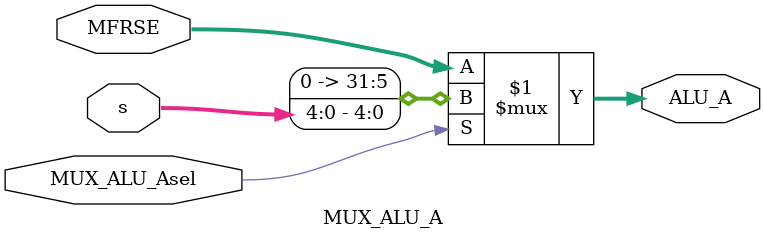
<source format=v>
`timescale 1ns / 1ps
module MUX_ALU_A(
    input [31:0] MFRSE,
    input [4:0] s,
    input MUX_ALU_Asel,
    output [31:0] ALU_A
    );
	assign ALU_A=MUX_ALU_Asel?{27'b0000_0000_0000_0000_0000_0000_000,s}:MFRSE;

endmodule

</source>
